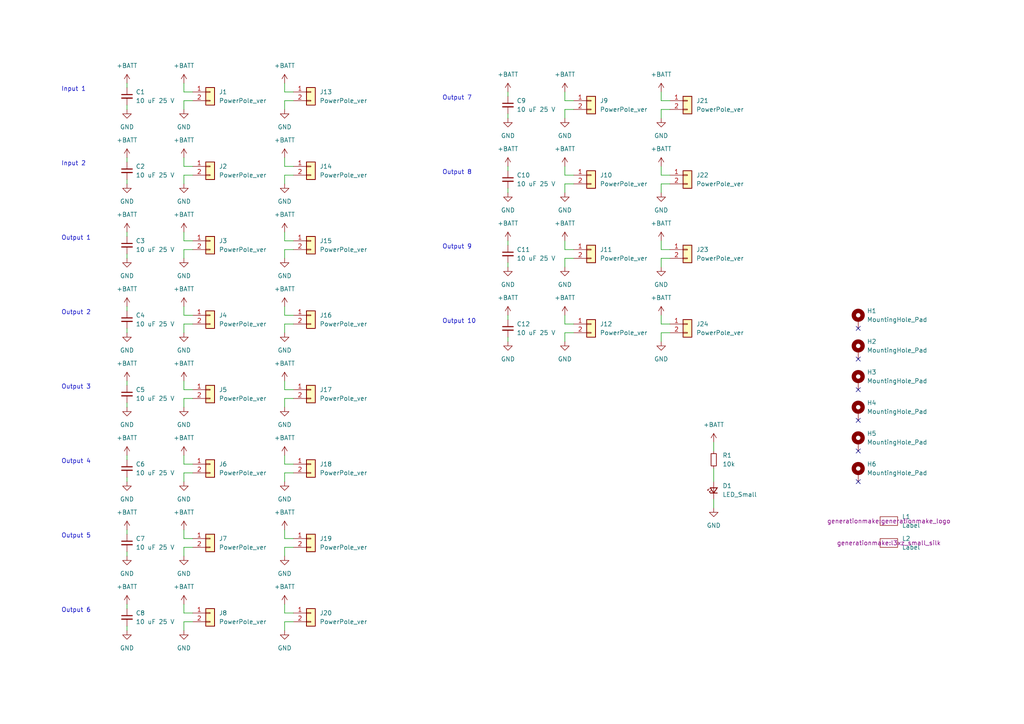
<source format=kicad_sch>
(kicad_sch (version 20211123) (generator eeschema)
  (paper "A4")
  (title_block (title "l3xz_power_distribution") (date "2023-04-09") (rev "0.1") (company "107-systems"))
  (lib_symbols
    (symbol "Connector_Generic:Conn_01x02" (pin_names (offset 1.016) hide)
      (property "Reference" "J" (at 0 2.54 0))
      (property "Value" "Conn_01x02" (at 0 -5.08 0))
      (symbol "Conn_01x02_1_1"
        (rectangle (start -1.27 -2.413) (end 0 -2.667) (stroke (width 0.1524)))
        (rectangle (start -1.27 0.127) (end 0 -0.127) (stroke (width 0.1524)))
        (rectangle (start -1.27 1.27) (end 1.27 -3.81) (stroke (width 0.254)) (fill (type background)))
        (pin passive line (at -5.08 0 0) (length 3.81) (name "Pin_1") (number "1"))
        (pin passive line (at -5.08 -2.54 0) (length 3.81) (name "Pin_2") (number "2"))
      )
    )
    (symbol "Device:C_Small" (pin_numbers hide) (pin_names (offset 0.254) hide)
      (property "Reference" "C" (at 0.254 1.778 0))
      (property "Value" "C_Small" (at 0.254 -2.032 0))
      (symbol "C_Small_0_1"
        (polyline (pts (xy -1.524 -0.508) (xy 1.524 -0.508)) (stroke (width 0.3302)))
        (polyline (pts (xy -1.524 0.508) (xy 1.524 0.508)) (stroke (width 0.3048)))
      )
      (symbol "C_Small_1_1"
        (pin passive line (at 0 2.54 270) (length 2.032) (name "~") (number "1"))
        (pin passive line (at 0 -2.54 90) (length 2.032) (name "~") (number "2"))
      )
    )
    (symbol "Device:LED_Small" (pin_numbers hide) (pin_names (offset 0.254) hide)
      (property "Reference" "D" (at -1.27 3.175 0))
      (property "Value" "LED_Small" (at -4.445 -2.54 0))
      (symbol "LED_Small_0_1"
        (polyline (pts (xy -0.762 -1.016) (xy -0.762 1.016)) (stroke (width 0.254)))
        (polyline (pts (xy 1.016 0) (xy -0.762 0)))
        (polyline (pts (xy 0.762 -1.016) (xy -0.762 0) (xy 0.762 1.016) (xy 0.762 -1.016)) (stroke (width 0.254)))
        (polyline (pts (xy 0 0.762) (xy -0.508 1.27) (xy -0.254 1.27) (xy -0.508 1.27) (xy -0.508 1.016)))
        (polyline (pts (xy 0.508 1.27) (xy 0 1.778) (xy 0.254 1.778) (xy 0 1.778) (xy 0 1.524)))
      )
      (symbol "LED_Small_1_1"
        (pin passive line (at -2.54 0 0) (length 1.778) (name "K") (number "1"))
        (pin passive line (at 2.54 0 180) (length 1.778) (name "A") (number "2"))
      )
    )
    (symbol "Device:R_Small" (pin_numbers hide) (pin_names (offset 0.254) hide)
      (property "Reference" "R" (at 0.762 0.508 0))
      (property "Value" "R_Small" (at 0.762 -1.016 0))
      (symbol "R_Small_0_1"
        (rectangle (start -0.762 1.778) (end 0.762 -1.778) (stroke (width 0.2032)))
      )
      (symbol "R_Small_1_1"
        (pin passive line (at 0 2.54 270) (length 0.762) (name "~") (number "1"))
        (pin passive line (at 0 -2.54 90) (length 0.762) (name "~") (number "2"))
      )
    )
    (symbol "Mechanical:MountingHole_Pad" (pin_numbers hide) (pin_names (offset 1.016) hide)
      (property "Reference" "H" (at 0 6.35 0))
      (property "Value" "MountingHole_Pad" (at 0 4.445 0))
      (symbol "MountingHole_Pad_0_1"
        (circle (center 0 1.27) (radius 1.27) (stroke (width 1.27)))
      )
      (symbol "MountingHole_Pad_1_1"
        (pin input line (at 0 -2.54 90) (length 2.54) (name "1") (number "1"))
      )
    )
    (symbol "generationmake:Label"
      (property "Reference" "L" (at 0 0 0))
      (property "Value" "Label" (at 0 0 0))
      (symbol "Label_0_1"
        (rectangle (start -2.54 1.27) (end 2.54 -1.27))
      )
    )
    (symbol "power:+BATT" (power) (pin_names (offset 0))
      (property "Value" "+BATT" (at 0 3.556 0))
      (symbol "+BATT_0_1"
        (polyline (pts (xy -0.762 1.27) (xy 0 2.54)))
        (polyline (pts (xy 0 0) (xy 0 2.54)))
        (polyline (pts (xy 0 2.54) (xy 0.762 1.27)))
      )
      (symbol "+BATT_1_1"
        (pin power_in line (at 0 0 90) (length 0) hide (name "+BATT") (number "1"))
      )
    )
    (symbol "power:GND" (power) (pin_names (offset 0))
      (property "Value" "GND" (at 0 -3.81 0))
      (symbol "GND_0_1"
        (polyline (pts (xy 0 0) (xy 0 -1.27) (xy 1.27 -1.27) (xy 0 -2.54) (xy -1.27 -1.27) (xy 0 -1.27)))
      )
      (symbol "GND_1_1"
        (pin power_in line (at 0 0 270) (length 0) hide (name "GND") (number "1"))
      )
    )
  )
  (no_connect (at 248.92 139.7))
  (no_connect (at 248.92 113.03))
  (no_connect (at 248.92 130.81))
  (no_connect (at 248.92 95.25))
  (no_connect (at 248.92 104.14))
  (no_connect (at 248.92 121.92))
  (wire (pts (xy 207.01 144.78) (xy 207.01 147.32)))
  (wire (pts (xy 147.32 26.67) (xy 147.32 27.94)))
  (wire (pts (xy 82.55 137.16) (xy 82.55 139.7)))
  (wire (pts (xy 55.88 29.21) (xy 53.34 29.21)))
  (wire (pts (xy 36.83 45.72) (xy 36.83 46.99)))
  (wire (pts (xy 36.83 24.13) (xy 36.83 25.4)))
  (wire (pts (xy 166.37 50.8) (xy 163.83 50.8)))
  (wire (pts (xy 166.37 29.21) (xy 163.83 29.21)))
  (wire (pts (xy 53.34 115.57) (xy 53.34 118.11)))
  (wire (pts (xy 53.34 137.16) (xy 53.34 139.7)))
  (wire (pts (xy 163.83 93.98) (xy 163.83 91.44)))
  (wire (pts (xy 55.88 91.44) (xy 53.34 91.44)))
  (wire (pts (xy 82.55 26.67) (xy 82.55 24.13)))
  (wire (pts (xy 36.83 67.31) (xy 36.83 68.58)))
  (wire (pts (xy 85.09 156.21) (xy 82.55 156.21)))
  (wire (pts (xy 82.55 93.98) (xy 82.55 96.52)))
  (wire (pts (xy 55.88 134.62) (xy 53.34 134.62)))
  (wire (pts (xy 147.32 91.44) (xy 147.32 92.71)))
  (wire (pts (xy 85.09 93.98) (xy 82.55 93.98)))
  (wire (pts (xy 194.31 29.21) (xy 191.77 29.21)))
  (wire (pts (xy 85.09 134.62) (xy 82.55 134.62)))
  (wire (pts (xy 194.31 31.75) (xy 191.77 31.75)))
  (wire (pts (xy 55.88 180.34) (xy 53.34 180.34)))
  (wire (pts (xy 85.09 180.34) (xy 82.55 180.34)))
  (wire (pts (xy 191.77 50.8) (xy 191.77 48.26)))
  (wire (pts (xy 163.83 53.34) (xy 163.83 55.88)))
  (wire (pts (xy 53.34 48.26) (xy 53.34 45.72)))
  (wire (pts (xy 36.83 95.25) (xy 36.83 96.52)))
  (wire (pts (xy 163.83 96.52) (xy 163.83 99.06)))
  (wire (pts (xy 82.55 158.75) (xy 82.55 161.29)))
  (wire (pts (xy 36.83 132.08) (xy 36.83 133.35)))
  (wire (pts (xy 194.31 72.39) (xy 191.77 72.39)))
  (wire (pts (xy 82.55 156.21) (xy 82.55 153.67)))
  (wire (pts (xy 147.32 69.85) (xy 147.32 71.12)))
  (wire (pts (xy 53.34 113.03) (xy 53.34 110.49)))
  (wire (pts (xy 147.32 33.02) (xy 147.32 34.29)))
  (wire (pts (xy 36.83 110.49) (xy 36.83 111.76)))
  (wire (pts (xy 166.37 72.39) (xy 163.83 72.39)))
  (wire (pts (xy 82.55 134.62) (xy 82.55 132.08)))
  (wire (pts (xy 85.09 137.16) (xy 82.55 137.16)))
  (wire (pts (xy 166.37 31.75) (xy 163.83 31.75)))
  (wire (pts (xy 82.55 115.57) (xy 82.55 118.11)))
  (wire (pts (xy 53.34 69.85) (xy 53.34 67.31)))
  (wire (pts (xy 55.88 156.21) (xy 53.34 156.21)))
  (wire (pts (xy 147.32 54.61) (xy 147.32 55.88)))
  (wire (pts (xy 53.34 158.75) (xy 53.34 161.29)))
  (wire (pts (xy 85.09 113.03) (xy 82.55 113.03)))
  (wire (pts (xy 36.83 30.48) (xy 36.83 31.75)))
  (wire (pts (xy 36.83 73.66) (xy 36.83 74.93)))
  (wire (pts (xy 36.83 181.61) (xy 36.83 182.88)))
  (wire (pts (xy 53.34 72.39) (xy 53.34 74.93)))
  (wire (pts (xy 53.34 26.67) (xy 53.34 24.13)))
  (wire (pts (xy 85.09 29.21) (xy 82.55 29.21)))
  (wire (pts (xy 55.88 177.8) (xy 53.34 177.8)))
  (wire (pts (xy 191.77 53.34) (xy 191.77 55.88)))
  (wire (pts (xy 166.37 53.34) (xy 163.83 53.34)))
  (wire (pts (xy 55.88 26.67) (xy 53.34 26.67)))
  (wire (pts (xy 207.01 135.89) (xy 207.01 139.7)))
  (wire (pts (xy 82.55 72.39) (xy 82.55 74.93)))
  (wire (pts (xy 147.32 48.26) (xy 147.32 49.53)))
  (wire (pts (xy 36.83 116.84) (xy 36.83 118.11)))
  (wire (pts (xy 191.77 74.93) (xy 191.77 77.47)))
  (wire (pts (xy 191.77 29.21) (xy 191.77 26.67)))
  (wire (pts (xy 55.88 137.16) (xy 53.34 137.16)))
  (wire (pts (xy 85.09 48.26) (xy 82.55 48.26)))
  (wire (pts (xy 53.34 93.98) (xy 53.34 96.52)))
  (wire (pts (xy 82.55 50.8) (xy 82.55 53.34)))
  (wire (pts (xy 147.32 97.79) (xy 147.32 99.06)))
  (wire (pts (xy 36.83 88.9) (xy 36.83 90.17)))
  (wire (pts (xy 55.88 113.03) (xy 53.34 113.03)))
  (wire (pts (xy 166.37 93.98) (xy 163.83 93.98)))
  (wire (pts (xy 194.31 50.8) (xy 191.77 50.8)))
  (wire (pts (xy 53.34 180.34) (xy 53.34 182.88)))
  (wire (pts (xy 82.55 91.44) (xy 82.55 88.9)))
  (wire (pts (xy 147.32 76.2) (xy 147.32 77.47)))
  (wire (pts (xy 163.83 31.75) (xy 163.83 34.29)))
  (wire (pts (xy 53.34 91.44) (xy 53.34 88.9)))
  (wire (pts (xy 85.09 50.8) (xy 82.55 50.8)))
  (wire (pts (xy 53.34 29.21) (xy 53.34 31.75)))
  (wire (pts (xy 55.88 158.75) (xy 53.34 158.75)))
  (wire (pts (xy 55.88 93.98) (xy 53.34 93.98)))
  (wire (pts (xy 55.88 50.8) (xy 53.34 50.8)))
  (wire (pts (xy 82.55 113.03) (xy 82.55 110.49)))
  (wire (pts (xy 191.77 93.98) (xy 191.77 91.44)))
  (wire (pts (xy 163.83 74.93) (xy 163.83 77.47)))
  (wire (pts (xy 85.09 26.67) (xy 82.55 26.67)))
  (wire (pts (xy 85.09 158.75) (xy 82.55 158.75)))
  (wire (pts (xy 36.83 52.07) (xy 36.83 53.34)))
  (wire (pts (xy 36.83 175.26) (xy 36.83 176.53)))
  (wire (pts (xy 207.01 128.27) (xy 207.01 130.81)))
  (wire (pts (xy 82.55 48.26) (xy 82.55 45.72)))
  (wire (pts (xy 53.34 156.21) (xy 53.34 153.67)))
  (wire (pts (xy 163.83 72.39) (xy 163.83 69.85)))
  (wire (pts (xy 55.88 69.85) (xy 53.34 69.85)))
  (wire (pts (xy 85.09 72.39) (xy 82.55 72.39)))
  (wire (pts (xy 163.83 50.8) (xy 163.83 48.26)))
  (wire (pts (xy 85.09 177.8) (xy 82.55 177.8)))
  (wire (pts (xy 55.88 115.57) (xy 53.34 115.57)))
  (wire (pts (xy 82.55 180.34) (xy 82.55 182.88)))
  (wire (pts (xy 194.31 96.52) (xy 191.77 96.52)))
  (wire (pts (xy 36.83 160.02) (xy 36.83 161.29)))
  (wire (pts (xy 166.37 74.93) (xy 163.83 74.93)))
  (wire (pts (xy 82.55 69.85) (xy 82.55 67.31)))
  (wire (pts (xy 194.31 74.93) (xy 191.77 74.93)))
  (wire (pts (xy 85.09 91.44) (xy 82.55 91.44)))
  (wire (pts (xy 191.77 72.39) (xy 191.77 69.85)))
  (wire (pts (xy 55.88 48.26) (xy 53.34 48.26)))
  (wire (pts (xy 194.31 93.98) (xy 191.77 93.98)))
  (wire (pts (xy 191.77 31.75) (xy 191.77 34.29)))
  (wire (pts (xy 194.31 53.34) (xy 191.77 53.34)))
  (wire (pts (xy 166.37 96.52) (xy 163.83 96.52)))
  (wire (pts (xy 36.83 138.43) (xy 36.83 139.7)))
  (wire (pts (xy 55.88 72.39) (xy 53.34 72.39)))
  (wire (pts (xy 53.34 134.62) (xy 53.34 132.08)))
  (wire (pts (xy 85.09 115.57) (xy 82.55 115.57)))
  (wire (pts (xy 36.83 153.67) (xy 36.83 154.94)))
  (wire (pts (xy 53.34 50.8) (xy 53.34 53.34)))
  (wire (pts (xy 191.77 96.52) (xy 191.77 99.06)))
  (wire (pts (xy 82.55 177.8) (xy 82.55 175.26)))
  (wire (pts (xy 163.83 29.21) (xy 163.83 26.67)))
  (wire (pts (xy 53.34 177.8) (xy 53.34 175.26)))
  (wire (pts (xy 85.09 69.85) (xy 82.55 69.85)))
  (wire (pts (xy 82.55 29.21) (xy 82.55 31.75)))
  (text "Output 8" (at 128.27 50.8 0) (effects (font (size 1.27 1.27)) (justify left bottom)))
  (text "Input 2" (at 17.78 48.26 0) (effects (font (size 1.27 1.27)) (justify left bottom)))
  (text "Input 1" (at 17.78 26.67 0) (effects (font (size 1.27 1.27)) (justify left bottom)))
  (text "Output 10" (at 128.27 93.98 0) (effects (font (size 1.27 1.27)) (justify left bottom)))
  (text "Output 3" (at 17.78 113.03 0) (effects (font (size 1.27 1.27)) (justify left bottom)))
  (text "Output 5" (at 17.78 156.21 0) (effects (font (size 1.27 1.27)) (justify left bottom)))
  (text "Output 6" (at 17.78 177.8 0) (effects (font (size 1.27 1.27)) (justify left bottom)))
  (text "Output 9" (at 128.27 72.39 0) (effects (font (size 1.27 1.27)) (justify left bottom)))
  (text "Output 1" (at 17.78 69.85 0) (effects (font (size 1.27 1.27)) (justify left bottom)))
  (text "Output 7" (at 128.27 29.21 0) (effects (font (size 1.27 1.27)) (justify left bottom)))
  (text "Output 2" (at 17.78 91.44 0) (effects (font (size 1.27 1.27)) (justify left bottom)))
  (text "Output 4" (at 17.78 134.62 0) (effects (font (size 1.27 1.27)) (justify left bottom)))
  (symbol (lib_id "Connector_Generic:Conn_01x02") (at 60.96 177.8 0) (unit 1)
    (property "Reference" "J8" (at 63.5 177.7999 0) (effects (justify left)))
    (property "Value" "PowerPole_ver" (at 63.5 180.3399 0) (effects (justify left)))
    (property "Footprint" "generationmake:POWERPOLE_hor90_2" (effects hide))
  )
  (symbol (lib_id "Device:C_Small") (at 36.83 157.48 0) (unit 1)
    (property "Reference" "C7" (at 39.37 156.2162 0) (effects (justify left)))
    (property "Value" "10 uF 25 V" (at 39.37 158.7562 0) (effects (justify left)))
    (property "Footprint" "Capacitor_SMD:C_1210_3225Metric" (effects hide))
  )
  (symbol (lib_id "power:+BATT") (at 207.01 128.27 0) (unit 1)
    (property "Reference" "#PWR049" (effects hide))
    (property "Value" "+BATT" (at 207.01 123.19 0))
  )
  (symbol (lib_id "power:GND") (at 36.83 182.88 0) (unit 1)
    (property "Reference" "#PWR016" (effects hide))
    (property "Value" "GND" (at 36.83 187.96 0))
  )
  (symbol (lib_id "power:GND") (at 191.77 77.47 0) (unit 1)
    (property "Reference" "#PWR072" (effects hide))
    (property "Value" "GND" (at 191.77 82.55 0))
  )
  (symbol (lib_id "power:+BATT") (at 191.77 91.44 0) (unit 1)
    (property "Reference" "#PWR073" (effects hide))
    (property "Value" "+BATT" (at 191.77 86.36 0))
  )
  (symbol (lib_id "power:GND") (at 82.55 118.11 0) (unit 1)
    (property "Reference" "#PWR060" (effects hide))
    (property "Value" "GND" (at 82.55 123.19 0))
  )
  (symbol (lib_id "Connector_Generic:Conn_01x02") (at 60.96 69.85 0) (unit 1)
    (property "Reference" "J3" (at 63.5 69.8499 0) (effects (justify left)))
    (property "Value" "PowerPole_ver" (at 63.5 72.3899 0) (effects (justify left)))
    (property "Footprint" "generationmake:POWERPOLE_hor90_2" (effects hide))
  )
  (symbol (lib_id "power:GND") (at 53.34 74.93 0) (unit 1)
    (property "Reference" "#PWR022" (effects hide))
    (property "Value" "GND" (at 53.34 80.01 0))
  )
  (symbol (lib_id "power:GND") (at 163.83 77.47 0) (unit 1)
    (property "Reference" "#PWR046" (effects hide))
    (property "Value" "GND" (at 163.83 82.55 0))
  )
  (symbol (lib_id "power:+BATT") (at 191.77 26.67 0) (unit 1)
    (property "Reference" "#PWR067" (effects hide))
    (property "Value" "+BATT" (at 191.77 21.59 0))
  )
  (symbol (lib_id "power:+BATT") (at 53.34 88.9 0) (unit 1)
    (property "Reference" "#PWR023" (effects hide))
    (property "Value" "+BATT" (at 53.34 83.82 0))
  )
  (symbol (lib_id "power:+BATT") (at 82.55 88.9 0) (unit 1)
    (property "Reference" "#PWR057" (effects hide))
    (property "Value" "+BATT" (at 82.55 83.82 0))
  )
  (symbol (lib_id "Connector_Generic:Conn_01x02") (at 60.96 91.44 0) (unit 1)
    (property "Reference" "J4" (at 63.5 91.4399 0) (effects (justify left)))
    (property "Value" "PowerPole_ver" (at 63.5 93.9799 0) (effects (justify left)))
    (property "Footprint" "generationmake:POWERPOLE_hor90_2" (effects hide))
  )
  (symbol (lib_id "power:GND") (at 36.83 31.75 0) (unit 1)
    (property "Reference" "#PWR02" (effects hide))
    (property "Value" "GND" (at 36.83 36.83 0))
  )
  (symbol (lib_id "Mechanical:MountingHole_Pad") (at 248.92 101.6 0) (unit 1)
    (property "Reference" "H2" (at 251.46 99.0599 0) (effects (justify left)))
    (property "Value" "MountingHole_Pad" (at 251.46 101.5999 0) (effects (justify left)))
    (property "Footprint" "MountingHole:MountingHole_3.2mm_M3_DIN965_Pad" (effects hide))
  )
  (symbol (lib_id "power:+BATT") (at 82.55 132.08 0) (unit 1)
    (property "Reference" "#PWR061" (effects hide))
    (property "Value" "+BATT" (at 82.55 127 0))
  )
  (symbol (lib_id "power:GND") (at 163.83 99.06 0) (unit 1)
    (property "Reference" "#PWR048" (effects hide))
    (property "Value" "GND" (at 163.83 104.14 0))
  )
  (symbol (lib_id "power:+BATT") (at 82.55 153.67 0) (unit 1)
    (property "Reference" "#PWR063" (effects hide))
    (property "Value" "+BATT" (at 82.55 148.59 0))
  )
  (symbol (lib_id "power:GND") (at 191.77 34.29 0) (unit 1)
    (property "Reference" "#PWR068" (effects hide))
    (property "Value" "GND" (at 191.77 39.37 0))
  )
  (symbol (lib_id "power:+BATT") (at 53.34 110.49 0) (unit 1)
    (property "Reference" "#PWR025" (effects hide))
    (property "Value" "+BATT" (at 53.34 105.41 0))
  )
  (symbol (lib_id "Connector_Generic:Conn_01x02") (at 60.96 26.67 0) (unit 1)
    (property "Reference" "J1" (at 63.5 26.6699 0) (effects (justify left)))
    (property "Value" "PowerPole_ver" (at 63.5 29.2099 0) (effects (justify left)))
    (property "Footprint" "generationmake:POWERPOLE_hor90_2" (effects hide))
  )
  (symbol (lib_id "Connector_Generic:Conn_01x02") (at 90.17 48.26 0) (unit 1)
    (property "Reference" "J14" (at 92.71 48.2599 0) (effects (justify left)))
    (property "Value" "PowerPole_ver" (at 92.71 50.7999 0) (effects (justify left)))
    (property "Footprint" "generationmake:POWERPOLE_2" (effects hide))
  )
  (symbol (lib_id "power:GND") (at 53.34 182.88 0) (unit 1)
    (property "Reference" "#PWR032" (effects hide))
    (property "Value" "GND" (at 53.34 187.96 0))
  )
  (symbol (lib_id "power:+BATT") (at 191.77 69.85 0) (unit 1)
    (property "Reference" "#PWR071" (effects hide))
    (property "Value" "+BATT" (at 191.77 64.77 0))
  )
  (symbol (lib_id "Connector_Generic:Conn_01x02") (at 90.17 26.67 0) (unit 1)
    (property "Reference" "J13" (at 92.71 26.6699 0) (effects (justify left)))
    (property "Value" "PowerPole_ver" (at 92.71 29.2099 0) (effects (justify left)))
    (property "Footprint" "generationmake:POWERPOLE_2" (effects hide))
  )
  (symbol (lib_id "Device:C_Small") (at 147.32 52.07 0) (unit 1)
    (property "Reference" "C10" (at 149.86 50.8062 0) (effects (justify left)))
    (property "Value" "10 uF 25 V" (at 149.86 53.3462 0) (effects (justify left)))
    (property "Footprint" "Capacitor_SMD:C_1210_3225Metric" (effects hide))
  )
  (symbol (lib_id "Mechanical:MountingHole_Pad") (at 248.92 110.49 0) (unit 1)
    (property "Reference" "H3" (at 251.46 107.9499 0) (effects (justify left)))
    (property "Value" "MountingHole_Pad" (at 251.46 110.4899 0) (effects (justify left)))
    (property "Footprint" "MountingHole:MountingHole_3.2mm_M3_DIN965_Pad" (effects hide))
  )
  (symbol (lib_id "Connector_Generic:Conn_01x02") (at 60.96 113.03 0) (unit 1)
    (property "Reference" "J5" (at 63.5 113.0299 0) (effects (justify left)))
    (property "Value" "PowerPole_ver" (at 63.5 115.5699 0) (effects (justify left)))
    (property "Footprint" "generationmake:POWERPOLE_hor90_2" (effects hide))
  )
  (symbol (lib_id "power:GND") (at 53.34 139.7 0) (unit 1)
    (property "Reference" "#PWR028" (effects hide))
    (property "Value" "GND" (at 53.34 144.78 0))
  )
  (symbol (lib_id "power:+BATT") (at 36.83 175.26 0) (unit 1)
    (property "Reference" "#PWR015" (effects hide))
    (property "Value" "+BATT" (at 36.83 170.18 0))
  )
  (symbol (lib_id "power:+BATT") (at 36.83 88.9 0) (unit 1)
    (property "Reference" "#PWR07" (effects hide))
    (property "Value" "+BATT" (at 36.83 83.82 0))
  )
  (symbol (lib_id "Connector_Generic:Conn_01x02") (at 60.96 48.26 0) (unit 1)
    (property "Reference" "J2" (at 63.5 48.2599 0) (effects (justify left)))
    (property "Value" "PowerPole_ver" (at 63.5 50.7999 0) (effects (justify left)))
    (property "Footprint" "generationmake:POWERPOLE_hor90_2" (effects hide))
  )
  (symbol (lib_id "power:GND") (at 82.55 96.52 0) (unit 1)
    (property "Reference" "#PWR058" (effects hide))
    (property "Value" "GND" (at 82.55 101.6 0))
  )
  (symbol (lib_id "Device:C_Small") (at 36.83 27.94 0) (unit 1)
    (property "Reference" "C1" (at 39.37 26.6762 0) (effects (justify left)))
    (property "Value" "10 uF 25 V" (at 39.37 29.2162 0) (effects (justify left)))
    (property "Footprint" "Capacitor_SMD:C_1210_3225Metric" (effects hide))
  )
  (symbol (lib_id "Device:R_Small") (at 207.01 133.35 0) (unit 1)
    (property "Reference" "R1" (at 209.55 132.0799 0) (effects (justify left)))
    (property "Value" "10k" (at 209.55 134.6199 0) (effects (justify left)))
    (property "Footprint" "Resistor_THT:R_Axial_DIN0207_L6.3mm_D2.5mm_P7.62mm_Horizontal" (effects hide))
  )
  (symbol (lib_id "Connector_Generic:Conn_01x02") (at 199.39 93.98 0) (unit 1)
    (property "Reference" "J24" (at 201.93 93.9799 0) (effects (justify left)))
    (property "Value" "PowerPole_ver" (at 201.93 96.5199 0) (effects (justify left)))
    (property "Footprint" "generationmake:POWERPOLE_2" (effects hide))
  )
  (symbol (lib_id "power:GND") (at 53.34 96.52 0) (unit 1)
    (property "Reference" "#PWR024" (effects hide))
    (property "Value" "GND" (at 53.34 101.6 0))
  )
  (symbol (lib_id "Device:C_Small") (at 36.83 114.3 0) (unit 1)
    (property "Reference" "C5" (at 39.37 113.0362 0) (effects (justify left)))
    (property "Value" "10 uF 25 V" (at 39.37 115.5762 0) (effects (justify left)))
    (property "Footprint" "Capacitor_SMD:C_1210_3225Metric" (effects hide))
  )
  (symbol (lib_id "Device:C_Small") (at 147.32 30.48 0) (unit 1)
    (property "Reference" "C9" (at 149.86 29.2162 0) (effects (justify left)))
    (property "Value" "10 uF 25 V" (at 149.86 31.7562 0) (effects (justify left)))
    (property "Footprint" "Capacitor_SMD:C_1210_3225Metric" (effects hide))
  )
  (symbol (lib_id "power:+BATT") (at 82.55 110.49 0) (unit 1)
    (property "Reference" "#PWR059" (effects hide))
    (property "Value" "+BATT" (at 82.55 105.41 0))
  )
  (symbol (lib_id "power:+BATT") (at 53.34 132.08 0) (unit 1)
    (property "Reference" "#PWR027" (effects hide))
    (property "Value" "+BATT" (at 53.34 127 0))
  )
  (symbol (lib_id "power:+BATT") (at 82.55 24.13 0) (unit 1)
    (property "Reference" "#PWR051" (effects hide))
    (property "Value" "+BATT" (at 82.55 19.05 0))
  )
  (symbol (lib_id "power:GND") (at 147.32 77.47 0) (unit 1)
    (property "Reference" "#PWR038" (effects hide))
    (property "Value" "GND" (at 147.32 82.55 0))
  )
  (symbol (lib_id "Connector_Generic:Conn_01x02") (at 60.96 134.62 0) (unit 1)
    (property "Reference" "J6" (at 63.5 134.6199 0) (effects (justify left)))
    (property "Value" "PowerPole_ver" (at 63.5 137.1599 0) (effects (justify left)))
    (property "Footprint" "generationmake:POWERPOLE_hor90_2" (effects hide))
  )
  (symbol (lib_id "power:GND") (at 82.55 74.93 0) (unit 1)
    (property "Reference" "#PWR056" (effects hide))
    (property "Value" "GND" (at 82.55 80.01 0))
  )
  (symbol (lib_id "power:+BATT") (at 147.32 26.67 0) (unit 1)
    (property "Reference" "#PWR033" (effects hide))
    (property "Value" "+BATT" (at 147.32 21.59 0))
  )
  (symbol (lib_id "power:GND") (at 207.01 147.32 0) (unit 1)
    (property "Reference" "#PWR050" (effects hide))
    (property "Value" "GND" (at 207.01 152.4 0))
  )
  (symbol (lib_id "Mechanical:MountingHole_Pad") (at 248.92 92.71 0) (unit 1)
    (property "Reference" "H1" (at 251.46 90.1699 0) (effects (justify left)))
    (property "Value" "MountingHole_Pad" (at 251.46 92.7099 0) (effects (justify left)))
    (property "Footprint" "MountingHole:MountingHole_3.2mm_M3_DIN965_Pad" (effects hide))
  )
  (symbol (lib_id "Connector_Generic:Conn_01x02") (at 199.39 29.21 0) (unit 1)
    (property "Reference" "J21" (at 201.93 29.2099 0) (effects (justify left)))
    (property "Value" "PowerPole_ver" (at 201.93 31.7499 0) (effects (justify left)))
    (property "Footprint" "generationmake:POWERPOLE_2" (effects hide))
  )
  (symbol (lib_id "Device:C_Small") (at 36.83 135.89 0) (unit 1)
    (property "Reference" "C6" (at 39.37 134.6262 0) (effects (justify left)))
    (property "Value" "10 uF 25 V" (at 39.37 137.1662 0) (effects (justify left)))
    (property "Footprint" "Capacitor_SMD:C_1210_3225Metric" (effects hide))
  )
  (symbol (lib_id "Mechanical:MountingHole_Pad") (at 248.92 128.27 0) (unit 1)
    (property "Reference" "H5" (at 251.46 125.7299 0) (effects (justify left)))
    (property "Value" "MountingHole_Pad" (at 251.46 128.2699 0) (effects (justify left)))
    (property "Footprint" "MountingHole:MountingHole_3.2mm_M3_DIN965_Pad" (effects hide))
  )
  (symbol (lib_id "power:+BATT") (at 53.34 24.13 0) (unit 1)
    (property "Reference" "#PWR017" (effects hide))
    (property "Value" "+BATT" (at 53.34 19.05 0))
  )
  (symbol (lib_id "power:+BATT") (at 36.83 110.49 0) (unit 1)
    (property "Reference" "#PWR09" (effects hide))
    (property "Value" "+BATT" (at 36.83 105.41 0))
  )
  (symbol (lib_id "power:GND") (at 82.55 139.7 0) (unit 1)
    (property "Reference" "#PWR062" (effects hide))
    (property "Value" "GND" (at 82.55 144.78 0))
  )
  (symbol (lib_id "Device:C_Small") (at 36.83 179.07 0) (unit 1)
    (property "Reference" "C8" (at 39.37 177.8062 0) (effects (justify left)))
    (property "Value" "10 uF 25 V" (at 39.37 180.3462 0) (effects (justify left)))
    (property "Footprint" "Capacitor_SMD:C_1210_3225Metric" (effects hide))
  )
  (symbol (lib_id "power:+BATT") (at 53.34 175.26 0) (unit 1)
    (property "Reference" "#PWR031" (effects hide))
    (property "Value" "+BATT" (at 53.34 170.18 0))
  )
  (symbol (lib_id "Connector_Generic:Conn_01x02") (at 60.96 156.21 0) (unit 1)
    (property "Reference" "J7" (at 63.5 156.2099 0) (effects (justify left)))
    (property "Value" "PowerPole_ver" (at 63.5 158.7499 0) (effects (justify left)))
    (property "Footprint" "generationmake:POWERPOLE_hor90_2" (effects hide))
  )
  (symbol (lib_id "power:+BATT") (at 191.77 48.26 0) (unit 1)
    (property "Reference" "#PWR069" (effects hide))
    (property "Value" "+BATT" (at 191.77 43.18 0))
  )
  (symbol (lib_id "power:+BATT") (at 82.55 175.26 0) (unit 1)
    (property "Reference" "#PWR065" (effects hide))
    (property "Value" "+BATT" (at 82.55 170.18 0))
  )
  (symbol (lib_id "power:GND") (at 147.32 34.29 0) (unit 1)
    (property "Reference" "#PWR034" (effects hide))
    (property "Value" "GND" (at 147.32 39.37 0))
  )
  (symbol (lib_id "power:+BATT") (at 53.34 67.31 0) (unit 1)
    (property "Reference" "#PWR021" (effects hide))
    (property "Value" "+BATT" (at 53.34 62.23 0))
  )
  (symbol (lib_id "Connector_Generic:Conn_01x02") (at 90.17 113.03 0) (unit 1)
    (property "Reference" "J17" (at 92.71 113.0299 0) (effects (justify left)))
    (property "Value" "PowerPole_ver" (at 92.71 115.5699 0) (effects (justify left)))
    (property "Footprint" "generationmake:POWERPOLE_2" (effects hide))
  )
  (symbol (lib_id "power:+BATT") (at 82.55 45.72 0) (unit 1)
    (property "Reference" "#PWR053" (effects hide))
    (property "Value" "+BATT" (at 82.55 40.64 0))
  )
  (symbol (lib_id "power:+BATT") (at 147.32 69.85 0) (unit 1)
    (property "Reference" "#PWR037" (effects hide))
    (property "Value" "+BATT" (at 147.32 64.77 0))
  )
  (symbol (lib_id "Device:C_Small") (at 147.32 95.25 0) (unit 1)
    (property "Reference" "C12" (at 149.86 93.9862 0) (effects (justify left)))
    (property "Value" "10 uF 25 V" (at 149.86 96.5262 0) (effects (justify left)))
    (property "Footprint" "Capacitor_SMD:C_1210_3225Metric" (effects hide))
  )
  (symbol (lib_id "power:+BATT") (at 53.34 153.67 0) (unit 1)
    (property "Reference" "#PWR029" (effects hide))
    (property "Value" "+BATT" (at 53.34 148.59 0))
  )
  (symbol (lib_id "power:GND") (at 82.55 161.29 0) (unit 1)
    (property "Reference" "#PWR064" (effects hide))
    (property "Value" "GND" (at 82.55 166.37 0))
  )
  (symbol (lib_id "Device:C_Small") (at 36.83 49.53 0) (unit 1)
    (property "Reference" "C2" (at 39.37 48.2662 0) (effects (justify left)))
    (property "Value" "10 uF 25 V" (at 39.37 50.8062 0) (effects (justify left)))
    (property "Footprint" "Capacitor_SMD:C_1210_3225Metric" (effects hide))
  )
  (symbol (lib_id "power:GND") (at 147.32 99.06 0) (unit 1)
    (property "Reference" "#PWR040" (effects hide))
    (property "Value" "GND" (at 147.32 104.14 0))
  )
  (symbol (lib_id "power:GND") (at 36.83 118.11 0) (unit 1)
    (property "Reference" "#PWR010" (effects hide))
    (property "Value" "GND" (at 36.83 123.19 0))
  )
  (symbol (lib_id "generationmake:Label") (at 257.81 151.13 0) (unit 1)
    (property "Reference" "L1" (at 261.62 149.8599 0) (effects (justify left)))
    (property "Value" "Label" (at 261.62 152.3999 0) (effects (justify left)))
    (property "Footprint" "generationmake:generationmake_logo" (at 257.81 151.13 0))
  )
  (symbol (lib_id "Device:C_Small") (at 36.83 92.71 0) (unit 1)
    (property "Reference" "C4" (at 39.37 91.4462 0) (effects (justify left)))
    (property "Value" "10 uF 25 V" (at 39.37 93.9862 0) (effects (justify left)))
    (property "Footprint" "Capacitor_SMD:C_1210_3225Metric" (effects hide))
  )
  (symbol (lib_id "Connector_Generic:Conn_01x02") (at 171.45 50.8 0) (unit 1)
    (property "Reference" "J10" (at 173.99 50.7999 0) (effects (justify left)))
    (property "Value" "PowerPole_ver" (at 173.99 53.3399 0) (effects (justify left)))
    (property "Footprint" "generationmake:POWERPOLE_hor90_2" (effects hide))
  )
  (symbol (lib_id "Device:C_Small") (at 36.83 71.12 0) (unit 1)
    (property "Reference" "C3" (at 39.37 69.8562 0) (effects (justify left)))
    (property "Value" "10 uF 25 V" (at 39.37 72.3962 0) (effects (justify left)))
    (property "Footprint" "Capacitor_SMD:C_1210_3225Metric" (effects hide))
  )
  (symbol (lib_id "power:GND") (at 53.34 31.75 0) (unit 1)
    (property "Reference" "#PWR018" (effects hide))
    (property "Value" "GND" (at 53.34 36.83 0))
  )
  (symbol (lib_id "power:GND") (at 36.83 53.34 0) (unit 1)
    (property "Reference" "#PWR04" (effects hide))
    (property "Value" "GND" (at 36.83 58.42 0))
  )
  (symbol (lib_id "power:GND") (at 191.77 99.06 0) (unit 1)
    (property "Reference" "#PWR074" (effects hide))
    (property "Value" "GND" (at 191.77 104.14 0))
  )
  (symbol (lib_id "power:GND") (at 53.34 161.29 0) (unit 1)
    (property "Reference" "#PWR030" (effects hide))
    (property "Value" "GND" (at 53.34 166.37 0))
  )
  (symbol (lib_id "Device:LED_Small") (at 207.01 142.24 90) (unit 1)
    (property "Reference" "D1" (at 209.55 140.9064 90) (effects (justify right)))
    (property "Value" "LED_Small" (at 209.55 143.4464 90) (effects (justify right)))
    (property "Footprint" "LED_THT:LED_D3.0mm" (effects hide))
  )
  (symbol (lib_id "Device:C_Small") (at 147.32 73.66 0) (unit 1)
    (property "Reference" "C11" (at 149.86 72.3962 0) (effects (justify left)))
    (property "Value" "10 uF 25 V" (at 149.86 74.9362 0) (effects (justify left)))
    (property "Footprint" "Capacitor_SMD:C_1210_3225Metric" (effects hide))
  )
  (symbol (lib_id "power:GND") (at 36.83 74.93 0) (unit 1)
    (property "Reference" "#PWR06" (effects hide))
    (property "Value" "GND" (at 36.83 80.01 0))
  )
  (symbol (lib_id "Connector_Generic:Conn_01x02") (at 90.17 91.44 0) (unit 1)
    (property "Reference" "J16" (at 92.71 91.4399 0) (effects (justify left)))
    (property "Value" "PowerPole_ver" (at 92.71 93.9799 0) (effects (justify left)))
    (property "Footprint" "generationmake:POWERPOLE_2" (effects hide))
  )
  (symbol (lib_id "power:GND") (at 53.34 53.34 0) (unit 1)
    (property "Reference" "#PWR020" (effects hide))
    (property "Value" "GND" (at 53.34 58.42 0))
  )
  (symbol (lib_id "power:GND") (at 163.83 55.88 0) (unit 1)
    (property "Reference" "#PWR044" (effects hide))
    (property "Value" "GND" (at 163.83 60.96 0))
  )
  (symbol (lib_id "power:+BATT") (at 36.83 45.72 0) (unit 1)
    (property "Reference" "#PWR03" (effects hide))
    (property "Value" "+BATT" (at 36.83 40.64 0))
  )
  (symbol (lib_id "power:GND") (at 147.32 55.88 0) (unit 1)
    (property "Reference" "#PWR036" (effects hide))
    (property "Value" "GND" (at 147.32 60.96 0))
  )
  (symbol (lib_id "power:+BATT") (at 163.83 26.67 0) (unit 1)
    (property "Reference" "#PWR041" (effects hide))
    (property "Value" "+BATT" (at 163.83 21.59 0))
  )
  (symbol (lib_id "Connector_Generic:Conn_01x02") (at 171.45 29.21 0) (unit 1)
    (property "Reference" "J9" (at 173.99 29.2099 0) (effects (justify left)))
    (property "Value" "PowerPole_ver" (at 173.99 31.7499 0) (effects (justify left)))
    (property "Footprint" "generationmake:POWERPOLE_hor90_2" (effects hide))
  )
  (symbol (lib_id "Connector_Generic:Conn_01x02") (at 199.39 50.8 0) (unit 1)
    (property "Reference" "J22" (at 201.93 50.7999 0) (effects (justify left)))
    (property "Value" "PowerPole_ver" (at 201.93 53.3399 0) (effects (justify left)))
    (property "Footprint" "generationmake:POWERPOLE_2" (effects hide))
  )
  (symbol (lib_id "Connector_Generic:Conn_01x02") (at 171.45 72.39 0) (unit 1)
    (property "Reference" "J11" (at 173.99 72.3899 0) (effects (justify left)))
    (property "Value" "PowerPole_ver" (at 173.99 74.9299 0) (effects (justify left)))
    (property "Footprint" "generationmake:POWERPOLE_hor90_2" (effects hide))
  )
  (symbol (lib_id "Connector_Generic:Conn_01x02") (at 90.17 134.62 0) (unit 1)
    (property "Reference" "J18" (at 92.71 134.6199 0) (effects (justify left)))
    (property "Value" "PowerPole_ver" (at 92.71 137.1599 0) (effects (justify left)))
    (property "Footprint" "generationmake:POWERPOLE_2" (effects hide))
  )
  (symbol (lib_id "Mechanical:MountingHole_Pad") (at 248.92 119.38 0) (unit 1)
    (property "Reference" "H4" (at 251.46 116.8399 0) (effects (justify left)))
    (property "Value" "MountingHole_Pad" (at 251.46 119.3799 0) (effects (justify left)))
    (property "Footprint" "MountingHole:MountingHole_3.2mm_M3_DIN965_Pad" (effects hide))
  )
  (symbol (lib_id "power:GND") (at 163.83 34.29 0) (unit 1)
    (property "Reference" "#PWR042" (effects hide))
    (property "Value" "GND" (at 163.83 39.37 0))
  )
  (symbol (lib_id "power:GND") (at 36.83 161.29 0) (unit 1)
    (property "Reference" "#PWR014" (effects hide))
    (property "Value" "GND" (at 36.83 166.37 0))
  )
  (symbol (lib_id "power:+BATT") (at 163.83 91.44 0) (unit 1)
    (property "Reference" "#PWR047" (effects hide))
    (property "Value" "+BATT" (at 163.83 86.36 0))
  )
  (symbol (lib_id "power:+BATT") (at 36.83 67.31 0) (unit 1)
    (property "Reference" "#PWR05" (effects hide))
    (property "Value" "+BATT" (at 36.83 62.23 0))
  )
  (symbol (lib_id "power:+BATT") (at 36.83 153.67 0) (unit 1)
    (property "Reference" "#PWR013" (effects hide))
    (property "Value" "+BATT" (at 36.83 148.59 0))
  )
  (symbol (lib_id "Connector_Generic:Conn_01x02") (at 171.45 93.98 0) (unit 1)
    (property "Reference" "J12" (at 173.99 93.9799 0) (effects (justify left)))
    (property "Value" "PowerPole_ver" (at 173.99 96.5199 0) (effects (justify left)))
    (property "Footprint" "generationmake:POWERPOLE_hor90_2" (effects hide))
  )
  (symbol (lib_id "power:+BATT") (at 163.83 48.26 0) (unit 1)
    (property "Reference" "#PWR043" (effects hide))
    (property "Value" "+BATT" (at 163.83 43.18 0))
  )
  (symbol (lib_id "generationmake:Label") (at 257.81 157.48 0) (unit 1)
    (property "Reference" "L2" (at 261.62 156.2099 0) (effects (justify left)))
    (property "Value" "Label" (at 261.62 158.7499 0) (effects (justify left)))
    (property "Footprint" "generationmake:l3xz_small_silk" (at 257.81 157.48 0))
  )
  (symbol (lib_id "power:+BATT") (at 53.34 45.72 0) (unit 1)
    (property "Reference" "#PWR019" (effects hide))
    (property "Value" "+BATT" (at 53.34 40.64 0))
  )
  (symbol (lib_id "Connector_Generic:Conn_01x02") (at 90.17 69.85 0) (unit 1)
    (property "Reference" "J15" (at 92.71 69.8499 0) (effects (justify left)))
    (property "Value" "PowerPole_ver" (at 92.71 72.3899 0) (effects (justify left)))
    (property "Footprint" "generationmake:POWERPOLE_2" (effects hide))
  )
  (symbol (lib_id "Mechanical:MountingHole_Pad") (at 248.92 137.16 0) (unit 1)
    (property "Reference" "H6" (at 251.46 134.6199 0) (effects (justify left)))
    (property "Value" "MountingHole_Pad" (at 251.46 137.1599 0) (effects (justify left)))
    (property "Footprint" "MountingHole:MountingHole_3.2mm_M3_DIN965_Pad" (effects hide))
  )
  (symbol (lib_id "power:+BATT") (at 147.32 91.44 0) (unit 1)
    (property "Reference" "#PWR039" (effects hide))
    (property "Value" "+BATT" (at 147.32 86.36 0))
  )
  (symbol (lib_id "power:+BATT") (at 163.83 69.85 0) (unit 1)
    (property "Reference" "#PWR045" (effects hide))
    (property "Value" "+BATT" (at 163.83 64.77 0))
  )
  (symbol (lib_id "power:GND") (at 53.34 118.11 0) (unit 1)
    (property "Reference" "#PWR026" (effects hide))
    (property "Value" "GND" (at 53.34 123.19 0))
  )
  (symbol (lib_id "Connector_Generic:Conn_01x02") (at 90.17 156.21 0) (unit 1)
    (property "Reference" "J19" (at 92.71 156.2099 0) (effects (justify left)))
    (property "Value" "PowerPole_ver" (at 92.71 158.7499 0) (effects (justify left)))
    (property "Footprint" "generationmake:POWERPOLE_2" (effects hide))
  )
  (symbol (lib_id "Connector_Generic:Conn_01x02") (at 90.17 177.8 0) (unit 1)
    (property "Reference" "J20" (at 92.71 177.7999 0) (effects (justify left)))
    (property "Value" "PowerPole_ver" (at 92.71 180.3399 0) (effects (justify left)))
    (property "Footprint" "generationmake:POWERPOLE_2" (effects hide))
  )
  (symbol (lib_id "power:GND") (at 82.55 182.88 0) (unit 1)
    (property "Reference" "#PWR066" (effects hide))
    (property "Value" "GND" (at 82.55 187.96 0))
  )
  (symbol (lib_id "power:GND") (at 36.83 96.52 0) (unit 1)
    (property "Reference" "#PWR08" (effects hide))
    (property "Value" "GND" (at 36.83 101.6 0))
  )
  (symbol (lib_id "power:GND") (at 82.55 53.34 0) (unit 1)
    (property "Reference" "#PWR054" (effects hide))
    (property "Value" "GND" (at 82.55 58.42 0))
  )
  (symbol (lib_id "power:+BATT") (at 36.83 24.13 0) (unit 1)
    (property "Reference" "#PWR01" (effects hide))
    (property "Value" "+BATT" (at 36.83 19.05 0))
  )
  (symbol (lib_id "Connector_Generic:Conn_01x02") (at 199.39 72.39 0) (unit 1)
    (property "Reference" "J23" (at 201.93 72.3899 0) (effects (justify left)))
    (property "Value" "PowerPole_ver" (at 201.93 74.9299 0) (effects (justify left)))
    (property "Footprint" "generationmake:POWERPOLE_2" (effects hide))
  )
  (symbol (lib_id "power:+BATT") (at 36.83 132.08 0) (unit 1)
    (property "Reference" "#PWR011" (effects hide))
    (property "Value" "+BATT" (at 36.83 127 0))
  )
  (symbol (lib_id "power:+BATT") (at 82.55 67.31 0) (unit 1)
    (property "Reference" "#PWR055" (effects hide))
    (property "Value" "+BATT" (at 82.55 62.23 0))
  )
  (symbol (lib_id "power:+BATT") (at 147.32 48.26 0) (unit 1)
    (property "Reference" "#PWR035" (effects hide))
    (property "Value" "+BATT" (at 147.32 43.18 0))
  )
  (symbol (lib_id "power:GND") (at 191.77 55.88 0) (unit 1)
    (property "Reference" "#PWR070" (effects hide))
    (property "Value" "GND" (at 191.77 60.96 0))
  )
  (symbol (lib_id "power:GND") (at 36.83 139.7 0) (unit 1)
    (property "Reference" "#PWR012" (effects hide))
    (property "Value" "GND" (at 36.83 144.78 0))
  )
  (symbol (lib_id "power:GND") (at 82.55 31.75 0) (unit 1)
    (property "Reference" "#PWR052" (effects hide))
    (property "Value" "GND" (at 82.55 36.83 0))
  )
)
</source>
